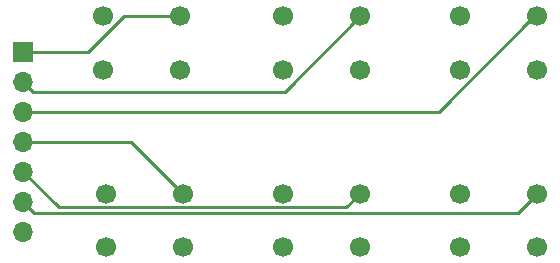
<source format=gbr>
%TF.GenerationSoftware,KiCad,Pcbnew,5.1.12-84ad8e8a86~92~ubuntu20.04.1*%
%TF.CreationDate,2021-11-18T20:56:59-07:00*%
%TF.ProjectId,macro-pad,6d616372-6f2d-4706-9164-2e6b69636164,rev?*%
%TF.SameCoordinates,Original*%
%TF.FileFunction,Copper,L1,Top*%
%TF.FilePolarity,Positive*%
%FSLAX46Y46*%
G04 Gerber Fmt 4.6, Leading zero omitted, Abs format (unit mm)*
G04 Created by KiCad (PCBNEW 5.1.12-84ad8e8a86~92~ubuntu20.04.1) date 2021-11-18 20:56:59*
%MOMM*%
%LPD*%
G01*
G04 APERTURE LIST*
%TA.AperFunction,ComponentPad*%
%ADD10C,1.700000*%
%TD*%
%TA.AperFunction,ComponentPad*%
%ADD11O,1.700000X1.700000*%
%TD*%
%TA.AperFunction,ComponentPad*%
%ADD12R,1.700000X1.700000*%
%TD*%
%TA.AperFunction,Conductor*%
%ADD13C,0.250000*%
%TD*%
G04 APERTURE END LIST*
D10*
%TO.P,SW6,1*%
%TO.N,GND*%
X136000000Y-68000000D03*
%TO.P,SW6,2*%
%TO.N,Net-(J1-Pad6)*%
X142500000Y-68000000D03*
%TO.P,SW6,3*%
%TO.N,Net-(SW6-Pad3)*%
X136000000Y-72500000D03*
%TO.P,SW6,4*%
%TO.N,Net-(SW6-Pad4)*%
X142500000Y-72500000D03*
%TD*%
%TO.P,SW5,1*%
%TO.N,GND*%
X121000000Y-68000000D03*
%TO.P,SW5,2*%
%TO.N,Net-(J1-Pad5)*%
X127500000Y-68000000D03*
%TO.P,SW5,3*%
%TO.N,Net-(SW5-Pad3)*%
X121000000Y-72500000D03*
%TO.P,SW5,4*%
%TO.N,Net-(SW5-Pad4)*%
X127500000Y-72500000D03*
%TD*%
%TO.P,SW4,1*%
%TO.N,GND*%
X106000000Y-68000000D03*
%TO.P,SW4,2*%
%TO.N,Net-(J1-Pad4)*%
X112500000Y-68000000D03*
%TO.P,SW4,3*%
%TO.N,Net-(SW4-Pad3)*%
X106000000Y-72500000D03*
%TO.P,SW4,4*%
%TO.N,Net-(SW4-Pad4)*%
X112500000Y-72500000D03*
%TD*%
%TO.P,SW3,1*%
%TO.N,GND*%
X136000000Y-53000000D03*
%TO.P,SW3,2*%
%TO.N,Net-(J1-Pad3)*%
X142500000Y-53000000D03*
%TO.P,SW3,3*%
%TO.N,Net-(SW3-Pad3)*%
X136000000Y-57500000D03*
%TO.P,SW3,4*%
%TO.N,Net-(SW3-Pad4)*%
X142500000Y-57500000D03*
%TD*%
%TO.P,SW2,1*%
%TO.N,GND*%
X121000000Y-53000000D03*
%TO.P,SW2,2*%
%TO.N,Net-(J1-Pad2)*%
X127500000Y-53000000D03*
%TO.P,SW2,3*%
%TO.N,Net-(SW2-Pad3)*%
X121000000Y-57500000D03*
%TO.P,SW2,4*%
%TO.N,Net-(SW2-Pad4)*%
X127500000Y-57500000D03*
%TD*%
%TO.P,SW1,1*%
%TO.N,GND*%
X105750000Y-53000000D03*
%TO.P,SW1,2*%
%TO.N,Net-(J1-Pad1)*%
X112250000Y-53000000D03*
%TO.P,SW1,3*%
%TO.N,Net-(SW1-Pad3)*%
X105750000Y-57500000D03*
%TO.P,SW1,4*%
%TO.N,Net-(SW1-Pad4)*%
X112250000Y-57500000D03*
%TD*%
D11*
%TO.P,J1,7*%
%TO.N,GND*%
X99000000Y-71240000D03*
%TO.P,J1,6*%
%TO.N,Net-(J1-Pad6)*%
X99000000Y-68700000D03*
%TO.P,J1,5*%
%TO.N,Net-(J1-Pad5)*%
X99000000Y-66160000D03*
%TO.P,J1,4*%
%TO.N,Net-(J1-Pad4)*%
X99000000Y-63620000D03*
%TO.P,J1,3*%
%TO.N,Net-(J1-Pad3)*%
X99000000Y-61080000D03*
%TO.P,J1,2*%
%TO.N,Net-(J1-Pad2)*%
X99000000Y-58540000D03*
D12*
%TO.P,J1,1*%
%TO.N,Net-(J1-Pad1)*%
X99000000Y-56000000D03*
%TD*%
D13*
%TO.N,Net-(J1-Pad6)*%
X140874988Y-69625012D02*
X142500000Y-68000000D01*
X99925012Y-69625012D02*
X140874988Y-69625012D01*
X99000000Y-68700000D02*
X99925012Y-69625012D01*
%TO.N,Net-(J1-Pad5)*%
X126324999Y-69175001D02*
X127500000Y-68000000D01*
X102015001Y-69175001D02*
X126324999Y-69175001D01*
X99000000Y-66160000D02*
X102015001Y-69175001D01*
%TO.N,Net-(J1-Pad4)*%
X108120000Y-63620000D02*
X112500000Y-68000000D01*
X99000000Y-63620000D02*
X108120000Y-63620000D01*
%TO.N,Net-(J1-Pad3)*%
X142239002Y-53000000D02*
X142500000Y-53000000D01*
X134159002Y-61080000D02*
X142239002Y-53000000D01*
X99000000Y-61080000D02*
X134159002Y-61080000D01*
%TO.N,Net-(J1-Pad2)*%
X121110001Y-59389999D02*
X127500000Y-53000000D01*
X99849999Y-59389999D02*
X121110001Y-59389999D01*
X99000000Y-58540000D02*
X99849999Y-59389999D01*
%TO.N,Net-(J1-Pad1)*%
X107489002Y-53000000D02*
X112250000Y-53000000D01*
X104489002Y-56000000D02*
X107489002Y-53000000D01*
X99000000Y-56000000D02*
X104489002Y-56000000D01*
%TD*%
M02*

</source>
